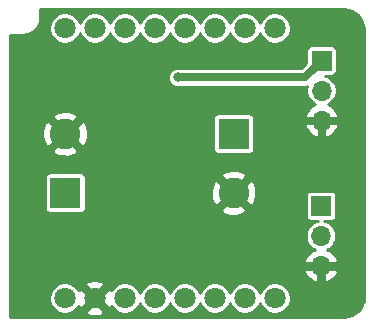
<source format=gbr>
G04 #@! TF.GenerationSoftware,KiCad,Pcbnew,(5.1.5)-3*
G04 #@! TF.CreationDate,2020-06-15T13:00:21-04:00*
G04 #@! TF.ProjectId,Wemo_Shield,57656d6f-5f53-4686-9965-6c642e6b6963,v1*
G04 #@! TF.SameCoordinates,Original*
G04 #@! TF.FileFunction,Copper,L1,Top*
G04 #@! TF.FilePolarity,Positive*
%FSLAX46Y46*%
G04 Gerber Fmt 4.6, Leading zero omitted, Abs format (unit mm)*
G04 Created by KiCad (PCBNEW (5.1.5)-3) date 2020-06-15 13:00:21*
%MOMM*%
%LPD*%
G04 APERTURE LIST*
%ADD10C,2.600000*%
%ADD11R,2.600000X2.600000*%
%ADD12O,1.700000X1.700000*%
%ADD13R,1.700000X1.700000*%
%ADD14C,1.800000*%
%ADD15C,0.800000*%
%ADD16C,0.700000*%
%ADD17C,0.500000*%
%ADD18C,0.254000*%
G04 APERTURE END LIST*
D10*
X147300000Y-102291012D03*
D11*
X147300000Y-97291012D03*
D12*
X154750000Y-96180000D03*
X154750000Y-93640000D03*
D13*
X154750000Y-91100000D03*
D14*
X150800000Y-111222024D03*
X150800000Y-88362024D03*
X148260000Y-111222024D03*
X148260000Y-88362024D03*
X145720000Y-111222024D03*
X145720000Y-88362024D03*
X143180000Y-111222024D03*
X143180000Y-88362024D03*
X140640000Y-111222024D03*
X140640000Y-88362024D03*
X138100000Y-111222024D03*
X138100000Y-88362024D03*
X135560000Y-111222024D03*
X135560000Y-88362024D03*
X133020000Y-111222024D03*
X133020000Y-88362024D03*
D12*
X154700000Y-108480000D03*
X154700000Y-105940000D03*
D13*
X154700000Y-103400000D03*
D10*
X133050000Y-97291012D03*
D11*
X133050000Y-102291012D03*
D15*
X142575000Y-92525000D03*
D16*
X154700000Y-105960000D02*
X154690000Y-105950000D01*
X145800000Y-111142024D02*
X145720000Y-111222024D01*
D17*
X148260000Y-88362024D02*
X148260000Y-88540000D01*
D16*
X143140685Y-92525000D02*
X142575000Y-92525000D01*
X154750000Y-91100000D02*
X153325000Y-92525000D01*
X153325000Y-92525000D02*
X143140685Y-92525000D01*
D18*
G36*
X156977828Y-86794350D02*
G01*
X157293170Y-86889557D01*
X157584010Y-87044199D01*
X157839278Y-87252391D01*
X158049246Y-87506198D01*
X158205915Y-87795951D01*
X158303322Y-88110621D01*
X158340000Y-88459593D01*
X158340001Y-111077488D01*
X158305650Y-111427829D01*
X158210443Y-111743168D01*
X158055801Y-112034010D01*
X157847609Y-112289278D01*
X157593802Y-112499246D01*
X157304049Y-112655915D01*
X156989378Y-112753322D01*
X156640408Y-112790000D01*
X128410000Y-112790000D01*
X128410000Y-111090538D01*
X131685000Y-111090538D01*
X131685000Y-111353510D01*
X131736304Y-111611429D01*
X131836939Y-111854383D01*
X131983038Y-112073037D01*
X132168987Y-112258986D01*
X132387641Y-112405085D01*
X132630595Y-112505720D01*
X132888514Y-112557024D01*
X133151486Y-112557024D01*
X133409405Y-112505720D01*
X133652359Y-112405085D01*
X133738260Y-112347688D01*
X134755362Y-112347688D01*
X134846903Y-112589713D01*
X135127428Y-112702552D01*
X135424576Y-112758495D01*
X135726930Y-112755392D01*
X136022867Y-112693363D01*
X136273097Y-112589713D01*
X136364638Y-112347688D01*
X135560000Y-111543050D01*
X134755362Y-112347688D01*
X133738260Y-112347688D01*
X133871013Y-112258986D01*
X134056962Y-112073037D01*
X134175780Y-111895212D01*
X134192311Y-111935121D01*
X134434336Y-112026662D01*
X135238974Y-111222024D01*
X135881026Y-111222024D01*
X136685664Y-112026662D01*
X136927689Y-111935121D01*
X136943922Y-111894766D01*
X137063038Y-112073037D01*
X137248987Y-112258986D01*
X137467641Y-112405085D01*
X137710595Y-112505720D01*
X137968514Y-112557024D01*
X138231486Y-112557024D01*
X138489405Y-112505720D01*
X138732359Y-112405085D01*
X138951013Y-112258986D01*
X139136962Y-112073037D01*
X139283061Y-111854383D01*
X139370000Y-111644494D01*
X139456939Y-111854383D01*
X139603038Y-112073037D01*
X139788987Y-112258986D01*
X140007641Y-112405085D01*
X140250595Y-112505720D01*
X140508514Y-112557024D01*
X140771486Y-112557024D01*
X141029405Y-112505720D01*
X141272359Y-112405085D01*
X141491013Y-112258986D01*
X141676962Y-112073037D01*
X141823061Y-111854383D01*
X141910000Y-111644494D01*
X141996939Y-111854383D01*
X142143038Y-112073037D01*
X142328987Y-112258986D01*
X142547641Y-112405085D01*
X142790595Y-112505720D01*
X143048514Y-112557024D01*
X143311486Y-112557024D01*
X143569405Y-112505720D01*
X143812359Y-112405085D01*
X144031013Y-112258986D01*
X144216962Y-112073037D01*
X144363061Y-111854383D01*
X144450000Y-111644494D01*
X144536939Y-111854383D01*
X144683038Y-112073037D01*
X144868987Y-112258986D01*
X145087641Y-112405085D01*
X145330595Y-112505720D01*
X145588514Y-112557024D01*
X145851486Y-112557024D01*
X146109405Y-112505720D01*
X146352359Y-112405085D01*
X146571013Y-112258986D01*
X146756962Y-112073037D01*
X146903061Y-111854383D01*
X146990000Y-111644494D01*
X147076939Y-111854383D01*
X147223038Y-112073037D01*
X147408987Y-112258986D01*
X147627641Y-112405085D01*
X147870595Y-112505720D01*
X148128514Y-112557024D01*
X148391486Y-112557024D01*
X148649405Y-112505720D01*
X148892359Y-112405085D01*
X149111013Y-112258986D01*
X149296962Y-112073037D01*
X149443061Y-111854383D01*
X149530000Y-111644494D01*
X149616939Y-111854383D01*
X149763038Y-112073037D01*
X149948987Y-112258986D01*
X150167641Y-112405085D01*
X150410595Y-112505720D01*
X150668514Y-112557024D01*
X150931486Y-112557024D01*
X151189405Y-112505720D01*
X151432359Y-112405085D01*
X151651013Y-112258986D01*
X151836962Y-112073037D01*
X151983061Y-111854383D01*
X152083696Y-111611429D01*
X152135000Y-111353510D01*
X152135000Y-111090538D01*
X152083696Y-110832619D01*
X151983061Y-110589665D01*
X151836962Y-110371011D01*
X151651013Y-110185062D01*
X151432359Y-110038963D01*
X151189405Y-109938328D01*
X150931486Y-109887024D01*
X150668514Y-109887024D01*
X150410595Y-109938328D01*
X150167641Y-110038963D01*
X149948987Y-110185062D01*
X149763038Y-110371011D01*
X149616939Y-110589665D01*
X149530000Y-110799554D01*
X149443061Y-110589665D01*
X149296962Y-110371011D01*
X149111013Y-110185062D01*
X148892359Y-110038963D01*
X148649405Y-109938328D01*
X148391486Y-109887024D01*
X148128514Y-109887024D01*
X147870595Y-109938328D01*
X147627641Y-110038963D01*
X147408987Y-110185062D01*
X147223038Y-110371011D01*
X147076939Y-110589665D01*
X146990000Y-110799554D01*
X146903061Y-110589665D01*
X146756962Y-110371011D01*
X146571013Y-110185062D01*
X146352359Y-110038963D01*
X146109405Y-109938328D01*
X145851486Y-109887024D01*
X145588514Y-109887024D01*
X145330595Y-109938328D01*
X145087641Y-110038963D01*
X144868987Y-110185062D01*
X144683038Y-110371011D01*
X144536939Y-110589665D01*
X144450000Y-110799554D01*
X144363061Y-110589665D01*
X144216962Y-110371011D01*
X144031013Y-110185062D01*
X143812359Y-110038963D01*
X143569405Y-109938328D01*
X143311486Y-109887024D01*
X143048514Y-109887024D01*
X142790595Y-109938328D01*
X142547641Y-110038963D01*
X142328987Y-110185062D01*
X142143038Y-110371011D01*
X141996939Y-110589665D01*
X141910000Y-110799554D01*
X141823061Y-110589665D01*
X141676962Y-110371011D01*
X141491013Y-110185062D01*
X141272359Y-110038963D01*
X141029405Y-109938328D01*
X140771486Y-109887024D01*
X140508514Y-109887024D01*
X140250595Y-109938328D01*
X140007641Y-110038963D01*
X139788987Y-110185062D01*
X139603038Y-110371011D01*
X139456939Y-110589665D01*
X139370000Y-110799554D01*
X139283061Y-110589665D01*
X139136962Y-110371011D01*
X138951013Y-110185062D01*
X138732359Y-110038963D01*
X138489405Y-109938328D01*
X138231486Y-109887024D01*
X137968514Y-109887024D01*
X137710595Y-109938328D01*
X137467641Y-110038963D01*
X137248987Y-110185062D01*
X137063038Y-110371011D01*
X136944220Y-110548836D01*
X136927689Y-110508927D01*
X136685664Y-110417386D01*
X135881026Y-111222024D01*
X135238974Y-111222024D01*
X134434336Y-110417386D01*
X134192311Y-110508927D01*
X134176078Y-110549282D01*
X134056962Y-110371011D01*
X133871013Y-110185062D01*
X133738261Y-110096360D01*
X134755362Y-110096360D01*
X135560000Y-110900998D01*
X136364638Y-110096360D01*
X136273097Y-109854335D01*
X135992572Y-109741496D01*
X135695424Y-109685553D01*
X135393070Y-109688656D01*
X135097133Y-109750685D01*
X134846903Y-109854335D01*
X134755362Y-110096360D01*
X133738261Y-110096360D01*
X133652359Y-110038963D01*
X133409405Y-109938328D01*
X133151486Y-109887024D01*
X132888514Y-109887024D01*
X132630595Y-109938328D01*
X132387641Y-110038963D01*
X132168987Y-110185062D01*
X131983038Y-110371011D01*
X131836939Y-110589665D01*
X131736304Y-110832619D01*
X131685000Y-111090538D01*
X128410000Y-111090538D01*
X128410000Y-108933780D01*
X153286031Y-108933780D01*
X153379295Y-109158960D01*
X153537131Y-109403571D01*
X153739655Y-109612689D01*
X153979084Y-109778279D01*
X154246218Y-109893977D01*
X154473000Y-109788806D01*
X154473000Y-108707000D01*
X154927000Y-108707000D01*
X154927000Y-109788806D01*
X155153782Y-109893977D01*
X155420916Y-109778279D01*
X155660345Y-109612689D01*
X155862869Y-109403571D01*
X156020705Y-109158960D01*
X156113969Y-108933780D01*
X156006679Y-108707000D01*
X154927000Y-108707000D01*
X154473000Y-108707000D01*
X153393321Y-108707000D01*
X153286031Y-108933780D01*
X128410000Y-108933780D01*
X128410000Y-108026220D01*
X153286031Y-108026220D01*
X153393321Y-108253000D01*
X154473000Y-108253000D01*
X154473000Y-108233000D01*
X154927000Y-108233000D01*
X154927000Y-108253000D01*
X156006679Y-108253000D01*
X156113969Y-108026220D01*
X156020705Y-107801040D01*
X155862869Y-107556429D01*
X155660345Y-107347311D01*
X155420916Y-107181721D01*
X155244526Y-107105325D01*
X155308676Y-107078753D01*
X155519140Y-106938125D01*
X155698125Y-106759140D01*
X155838753Y-106548676D01*
X155935619Y-106314821D01*
X155985000Y-106066561D01*
X155985000Y-105813439D01*
X155935619Y-105565179D01*
X155838753Y-105331324D01*
X155698125Y-105120860D01*
X155519140Y-104941875D01*
X155308676Y-104801247D01*
X155074821Y-104704381D01*
X154987962Y-104687104D01*
X155550000Y-104687104D01*
X155635275Y-104678705D01*
X155717272Y-104653831D01*
X155792842Y-104613439D01*
X155859079Y-104559079D01*
X155913439Y-104492842D01*
X155953831Y-104417272D01*
X155978705Y-104335275D01*
X155987104Y-104250000D01*
X155987104Y-102550000D01*
X155978705Y-102464725D01*
X155953831Y-102382728D01*
X155913439Y-102307158D01*
X155859079Y-102240921D01*
X155792842Y-102186561D01*
X155717272Y-102146169D01*
X155635275Y-102121295D01*
X155550000Y-102112896D01*
X153850000Y-102112896D01*
X153764725Y-102121295D01*
X153682728Y-102146169D01*
X153607158Y-102186561D01*
X153540921Y-102240921D01*
X153486561Y-102307158D01*
X153446169Y-102382728D01*
X153421295Y-102464725D01*
X153412896Y-102550000D01*
X153412896Y-104250000D01*
X153421295Y-104335275D01*
X153446169Y-104417272D01*
X153486561Y-104492842D01*
X153540921Y-104559079D01*
X153607158Y-104613439D01*
X153682728Y-104653831D01*
X153764725Y-104678705D01*
X153850000Y-104687104D01*
X154412038Y-104687104D01*
X154325179Y-104704381D01*
X154091324Y-104801247D01*
X153880860Y-104941875D01*
X153701875Y-105120860D01*
X153561247Y-105331324D01*
X153464381Y-105565179D01*
X153415000Y-105813439D01*
X153415000Y-106066561D01*
X153464381Y-106314821D01*
X153561247Y-106548676D01*
X153701875Y-106759140D01*
X153880860Y-106938125D01*
X154091324Y-107078753D01*
X154155474Y-107105325D01*
X153979084Y-107181721D01*
X153739655Y-107347311D01*
X153537131Y-107556429D01*
X153379295Y-107801040D01*
X153286031Y-108026220D01*
X128410000Y-108026220D01*
X128410000Y-100991012D01*
X131312896Y-100991012D01*
X131312896Y-103591012D01*
X131321295Y-103676287D01*
X131346169Y-103758284D01*
X131386561Y-103833854D01*
X131440921Y-103900091D01*
X131507158Y-103954451D01*
X131582728Y-103994843D01*
X131664725Y-104019717D01*
X131750000Y-104028116D01*
X134350000Y-104028116D01*
X134435275Y-104019717D01*
X134517272Y-103994843D01*
X134592842Y-103954451D01*
X134659079Y-103900091D01*
X134713439Y-103833854D01*
X134753831Y-103758284D01*
X134770328Y-103703900D01*
X146208139Y-103703900D01*
X146348594Y-103986706D01*
X146697689Y-104139733D01*
X147069929Y-104221715D01*
X147451012Y-104229502D01*
X147826290Y-104162794D01*
X148181344Y-104024154D01*
X148251406Y-103986706D01*
X148391861Y-103703900D01*
X147300000Y-102612038D01*
X146208139Y-103703900D01*
X134770328Y-103703900D01*
X134778705Y-103676287D01*
X134787104Y-103591012D01*
X134787104Y-102442024D01*
X145361510Y-102442024D01*
X145428218Y-102817302D01*
X145566858Y-103172356D01*
X145604306Y-103242418D01*
X145887112Y-103382873D01*
X146978974Y-102291012D01*
X147621026Y-102291012D01*
X148712888Y-103382873D01*
X148995694Y-103242418D01*
X149148721Y-102893323D01*
X149230703Y-102521083D01*
X149238490Y-102140000D01*
X149171782Y-101764722D01*
X149033142Y-101409668D01*
X148995694Y-101339606D01*
X148712888Y-101199151D01*
X147621026Y-102291012D01*
X146978974Y-102291012D01*
X145887112Y-101199151D01*
X145604306Y-101339606D01*
X145451279Y-101688701D01*
X145369297Y-102060941D01*
X145361510Y-102442024D01*
X134787104Y-102442024D01*
X134787104Y-100991012D01*
X134778705Y-100905737D01*
X134770329Y-100878124D01*
X146208139Y-100878124D01*
X147300000Y-101969986D01*
X148391861Y-100878124D01*
X148251406Y-100595318D01*
X147902311Y-100442291D01*
X147530071Y-100360309D01*
X147148988Y-100352522D01*
X146773710Y-100419230D01*
X146418656Y-100557870D01*
X146348594Y-100595318D01*
X146208139Y-100878124D01*
X134770329Y-100878124D01*
X134753831Y-100823740D01*
X134713439Y-100748170D01*
X134659079Y-100681933D01*
X134592842Y-100627573D01*
X134517272Y-100587181D01*
X134435275Y-100562307D01*
X134350000Y-100553908D01*
X131750000Y-100553908D01*
X131664725Y-100562307D01*
X131582728Y-100587181D01*
X131507158Y-100627573D01*
X131440921Y-100681933D01*
X131386561Y-100748170D01*
X131346169Y-100823740D01*
X131321295Y-100905737D01*
X131312896Y-100991012D01*
X128410000Y-100991012D01*
X128410000Y-98703900D01*
X131958139Y-98703900D01*
X132098594Y-98986706D01*
X132447689Y-99139733D01*
X132819929Y-99221715D01*
X133201012Y-99229502D01*
X133576290Y-99162794D01*
X133931344Y-99024154D01*
X134001406Y-98986706D01*
X134141861Y-98703900D01*
X133050000Y-97612038D01*
X131958139Y-98703900D01*
X128410000Y-98703900D01*
X128410000Y-97442024D01*
X131111510Y-97442024D01*
X131178218Y-97817302D01*
X131316858Y-98172356D01*
X131354306Y-98242418D01*
X131637112Y-98382873D01*
X132728974Y-97291012D01*
X133371026Y-97291012D01*
X134462888Y-98382873D01*
X134745694Y-98242418D01*
X134898721Y-97893323D01*
X134980703Y-97521083D01*
X134988490Y-97140000D01*
X134921782Y-96764722D01*
X134783142Y-96409668D01*
X134745694Y-96339606D01*
X134462888Y-96199151D01*
X133371026Y-97291012D01*
X132728974Y-97291012D01*
X131637112Y-96199151D01*
X131354306Y-96339606D01*
X131201279Y-96688701D01*
X131119297Y-97060941D01*
X131111510Y-97442024D01*
X128410000Y-97442024D01*
X128410000Y-95878124D01*
X131958139Y-95878124D01*
X133050000Y-96969986D01*
X134028973Y-95991012D01*
X145562896Y-95991012D01*
X145562896Y-98591012D01*
X145571295Y-98676287D01*
X145596169Y-98758284D01*
X145636561Y-98833854D01*
X145690921Y-98900091D01*
X145757158Y-98954451D01*
X145832728Y-98994843D01*
X145914725Y-99019717D01*
X146000000Y-99028116D01*
X148600000Y-99028116D01*
X148685275Y-99019717D01*
X148767272Y-98994843D01*
X148842842Y-98954451D01*
X148909079Y-98900091D01*
X148963439Y-98833854D01*
X149003831Y-98758284D01*
X149028705Y-98676287D01*
X149037104Y-98591012D01*
X149037104Y-96633780D01*
X153336031Y-96633780D01*
X153429295Y-96858960D01*
X153587131Y-97103571D01*
X153789655Y-97312689D01*
X154029084Y-97478279D01*
X154296218Y-97593977D01*
X154523000Y-97488806D01*
X154523000Y-96407000D01*
X154977000Y-96407000D01*
X154977000Y-97488806D01*
X155203782Y-97593977D01*
X155470916Y-97478279D01*
X155710345Y-97312689D01*
X155912869Y-97103571D01*
X156070705Y-96858960D01*
X156163969Y-96633780D01*
X156056679Y-96407000D01*
X154977000Y-96407000D01*
X154523000Y-96407000D01*
X153443321Y-96407000D01*
X153336031Y-96633780D01*
X149037104Y-96633780D01*
X149037104Y-95991012D01*
X149028705Y-95905737D01*
X149003831Y-95823740D01*
X148963439Y-95748170D01*
X148909079Y-95681933D01*
X148842842Y-95627573D01*
X148767272Y-95587181D01*
X148685275Y-95562307D01*
X148600000Y-95553908D01*
X146000000Y-95553908D01*
X145914725Y-95562307D01*
X145832728Y-95587181D01*
X145757158Y-95627573D01*
X145690921Y-95681933D01*
X145636561Y-95748170D01*
X145596169Y-95823740D01*
X145571295Y-95905737D01*
X145562896Y-95991012D01*
X134028973Y-95991012D01*
X134141861Y-95878124D01*
X134001406Y-95595318D01*
X133652311Y-95442291D01*
X133280071Y-95360309D01*
X132898988Y-95352522D01*
X132523710Y-95419230D01*
X132168656Y-95557870D01*
X132098594Y-95595318D01*
X131958139Y-95878124D01*
X128410000Y-95878124D01*
X128410000Y-92442760D01*
X141740000Y-92442760D01*
X141740000Y-92607240D01*
X141772089Y-92768560D01*
X141835033Y-92920521D01*
X141926413Y-93057281D01*
X142042719Y-93173587D01*
X142179479Y-93264967D01*
X142331440Y-93327911D01*
X142492760Y-93360000D01*
X142657240Y-93360000D01*
X142818560Y-93327911D01*
X142861801Y-93310000D01*
X153286447Y-93310000D01*
X153325000Y-93313797D01*
X153363553Y-93310000D01*
X153363561Y-93310000D01*
X153478887Y-93298641D01*
X153509577Y-93289331D01*
X153465000Y-93513439D01*
X153465000Y-93766561D01*
X153514381Y-94014821D01*
X153611247Y-94248676D01*
X153751875Y-94459140D01*
X153930860Y-94638125D01*
X154141324Y-94778753D01*
X154205474Y-94805325D01*
X154029084Y-94881721D01*
X153789655Y-95047311D01*
X153587131Y-95256429D01*
X153429295Y-95501040D01*
X153336031Y-95726220D01*
X153443321Y-95953000D01*
X154523000Y-95953000D01*
X154523000Y-95933000D01*
X154977000Y-95933000D01*
X154977000Y-95953000D01*
X156056679Y-95953000D01*
X156163969Y-95726220D01*
X156070705Y-95501040D01*
X155912869Y-95256429D01*
X155710345Y-95047311D01*
X155470916Y-94881721D01*
X155294526Y-94805325D01*
X155358676Y-94778753D01*
X155569140Y-94638125D01*
X155748125Y-94459140D01*
X155888753Y-94248676D01*
X155985619Y-94014821D01*
X156035000Y-93766561D01*
X156035000Y-93513439D01*
X155985619Y-93265179D01*
X155888753Y-93031324D01*
X155748125Y-92820860D01*
X155569140Y-92641875D01*
X155358676Y-92501247D01*
X155124821Y-92404381D01*
X155037962Y-92387104D01*
X155600000Y-92387104D01*
X155685275Y-92378705D01*
X155767272Y-92353831D01*
X155842842Y-92313439D01*
X155909079Y-92259079D01*
X155963439Y-92192842D01*
X156003831Y-92117272D01*
X156028705Y-92035275D01*
X156037104Y-91950000D01*
X156037104Y-90250000D01*
X156028705Y-90164725D01*
X156003831Y-90082728D01*
X155963439Y-90007158D01*
X155909079Y-89940921D01*
X155842842Y-89886561D01*
X155767272Y-89846169D01*
X155685275Y-89821295D01*
X155600000Y-89812896D01*
X153900000Y-89812896D01*
X153814725Y-89821295D01*
X153732728Y-89846169D01*
X153657158Y-89886561D01*
X153590921Y-89940921D01*
X153536561Y-90007158D01*
X153496169Y-90082728D01*
X153471295Y-90164725D01*
X153462896Y-90250000D01*
X153462896Y-91276947D01*
X152999843Y-91740000D01*
X142861801Y-91740000D01*
X142818560Y-91722089D01*
X142657240Y-91690000D01*
X142492760Y-91690000D01*
X142331440Y-91722089D01*
X142179479Y-91785033D01*
X142042719Y-91876413D01*
X141926413Y-91992719D01*
X141835033Y-92129479D01*
X141772089Y-92281440D01*
X141740000Y-92442760D01*
X128410000Y-92442760D01*
X128410000Y-88910000D01*
X129522590Y-88910000D01*
X129542458Y-88908043D01*
X129548324Y-88908084D01*
X129554717Y-88907457D01*
X129739109Y-88888076D01*
X129779935Y-88879695D01*
X129820899Y-88871881D01*
X129827048Y-88870024D01*
X129827050Y-88870023D01*
X129827052Y-88870023D01*
X129827054Y-88870022D01*
X130004165Y-88815198D01*
X130042569Y-88799054D01*
X130081256Y-88783424D01*
X130086927Y-88780408D01*
X130250020Y-88692224D01*
X130284566Y-88668923D01*
X130319471Y-88646081D01*
X130324449Y-88642021D01*
X130467308Y-88523837D01*
X130496665Y-88494274D01*
X130526472Y-88465085D01*
X130530566Y-88460136D01*
X130647749Y-88316456D01*
X130670809Y-88281748D01*
X130694375Y-88247330D01*
X130697430Y-88241680D01*
X130703354Y-88230538D01*
X131685000Y-88230538D01*
X131685000Y-88493510D01*
X131736304Y-88751429D01*
X131836939Y-88994383D01*
X131983038Y-89213037D01*
X132168987Y-89398986D01*
X132387641Y-89545085D01*
X132630595Y-89645720D01*
X132888514Y-89697024D01*
X133151486Y-89697024D01*
X133409405Y-89645720D01*
X133652359Y-89545085D01*
X133871013Y-89398986D01*
X134056962Y-89213037D01*
X134203061Y-88994383D01*
X134290000Y-88784494D01*
X134376939Y-88994383D01*
X134523038Y-89213037D01*
X134708987Y-89398986D01*
X134927641Y-89545085D01*
X135170595Y-89645720D01*
X135428514Y-89697024D01*
X135691486Y-89697024D01*
X135949405Y-89645720D01*
X136192359Y-89545085D01*
X136411013Y-89398986D01*
X136596962Y-89213037D01*
X136743061Y-88994383D01*
X136830000Y-88784494D01*
X136916939Y-88994383D01*
X137063038Y-89213037D01*
X137248987Y-89398986D01*
X137467641Y-89545085D01*
X137710595Y-89645720D01*
X137968514Y-89697024D01*
X138231486Y-89697024D01*
X138489405Y-89645720D01*
X138732359Y-89545085D01*
X138951013Y-89398986D01*
X139136962Y-89213037D01*
X139283061Y-88994383D01*
X139370000Y-88784494D01*
X139456939Y-88994383D01*
X139603038Y-89213037D01*
X139788987Y-89398986D01*
X140007641Y-89545085D01*
X140250595Y-89645720D01*
X140508514Y-89697024D01*
X140771486Y-89697024D01*
X141029405Y-89645720D01*
X141272359Y-89545085D01*
X141491013Y-89398986D01*
X141676962Y-89213037D01*
X141823061Y-88994383D01*
X141910000Y-88784494D01*
X141996939Y-88994383D01*
X142143038Y-89213037D01*
X142328987Y-89398986D01*
X142547641Y-89545085D01*
X142790595Y-89645720D01*
X143048514Y-89697024D01*
X143311486Y-89697024D01*
X143569405Y-89645720D01*
X143812359Y-89545085D01*
X144031013Y-89398986D01*
X144216962Y-89213037D01*
X144363061Y-88994383D01*
X144450000Y-88784494D01*
X144536939Y-88994383D01*
X144683038Y-89213037D01*
X144868987Y-89398986D01*
X145087641Y-89545085D01*
X145330595Y-89645720D01*
X145588514Y-89697024D01*
X145851486Y-89697024D01*
X146109405Y-89645720D01*
X146352359Y-89545085D01*
X146571013Y-89398986D01*
X146756962Y-89213037D01*
X146903061Y-88994383D01*
X146990000Y-88784494D01*
X147076939Y-88994383D01*
X147223038Y-89213037D01*
X147408987Y-89398986D01*
X147627641Y-89545085D01*
X147870595Y-89645720D01*
X148128514Y-89697024D01*
X148391486Y-89697024D01*
X148649405Y-89645720D01*
X148892359Y-89545085D01*
X149111013Y-89398986D01*
X149296962Y-89213037D01*
X149443061Y-88994383D01*
X149530000Y-88784494D01*
X149616939Y-88994383D01*
X149763038Y-89213037D01*
X149948987Y-89398986D01*
X150167641Y-89545085D01*
X150410595Y-89645720D01*
X150668514Y-89697024D01*
X150931486Y-89697024D01*
X151189405Y-89645720D01*
X151432359Y-89545085D01*
X151651013Y-89398986D01*
X151836962Y-89213037D01*
X151983061Y-88994383D01*
X152083696Y-88751429D01*
X152135000Y-88493510D01*
X152135000Y-88230538D01*
X152083696Y-87972619D01*
X151983061Y-87729665D01*
X151836962Y-87511011D01*
X151651013Y-87325062D01*
X151432359Y-87178963D01*
X151189405Y-87078328D01*
X150931486Y-87027024D01*
X150668514Y-87027024D01*
X150410595Y-87078328D01*
X150167641Y-87178963D01*
X149948987Y-87325062D01*
X149763038Y-87511011D01*
X149616939Y-87729665D01*
X149530000Y-87939554D01*
X149443061Y-87729665D01*
X149296962Y-87511011D01*
X149111013Y-87325062D01*
X148892359Y-87178963D01*
X148649405Y-87078328D01*
X148391486Y-87027024D01*
X148128514Y-87027024D01*
X147870595Y-87078328D01*
X147627641Y-87178963D01*
X147408987Y-87325062D01*
X147223038Y-87511011D01*
X147076939Y-87729665D01*
X146990000Y-87939554D01*
X146903061Y-87729665D01*
X146756962Y-87511011D01*
X146571013Y-87325062D01*
X146352359Y-87178963D01*
X146109405Y-87078328D01*
X145851486Y-87027024D01*
X145588514Y-87027024D01*
X145330595Y-87078328D01*
X145087641Y-87178963D01*
X144868987Y-87325062D01*
X144683038Y-87511011D01*
X144536939Y-87729665D01*
X144450000Y-87939554D01*
X144363061Y-87729665D01*
X144216962Y-87511011D01*
X144031013Y-87325062D01*
X143812359Y-87178963D01*
X143569405Y-87078328D01*
X143311486Y-87027024D01*
X143048514Y-87027024D01*
X142790595Y-87078328D01*
X142547641Y-87178963D01*
X142328987Y-87325062D01*
X142143038Y-87511011D01*
X141996939Y-87729665D01*
X141910000Y-87939554D01*
X141823061Y-87729665D01*
X141676962Y-87511011D01*
X141491013Y-87325062D01*
X141272359Y-87178963D01*
X141029405Y-87078328D01*
X140771486Y-87027024D01*
X140508514Y-87027024D01*
X140250595Y-87078328D01*
X140007641Y-87178963D01*
X139788987Y-87325062D01*
X139603038Y-87511011D01*
X139456939Y-87729665D01*
X139370000Y-87939554D01*
X139283061Y-87729665D01*
X139136962Y-87511011D01*
X138951013Y-87325062D01*
X138732359Y-87178963D01*
X138489405Y-87078328D01*
X138231486Y-87027024D01*
X137968514Y-87027024D01*
X137710595Y-87078328D01*
X137467641Y-87178963D01*
X137248987Y-87325062D01*
X137063038Y-87511011D01*
X136916939Y-87729665D01*
X136830000Y-87939554D01*
X136743061Y-87729665D01*
X136596962Y-87511011D01*
X136411013Y-87325062D01*
X136192359Y-87178963D01*
X135949405Y-87078328D01*
X135691486Y-87027024D01*
X135428514Y-87027024D01*
X135170595Y-87078328D01*
X134927641Y-87178963D01*
X134708987Y-87325062D01*
X134523038Y-87511011D01*
X134376939Y-87729665D01*
X134290000Y-87939554D01*
X134203061Y-87729665D01*
X134056962Y-87511011D01*
X133871013Y-87325062D01*
X133652359Y-87178963D01*
X133409405Y-87078328D01*
X133151486Y-87027024D01*
X132888514Y-87027024D01*
X132630595Y-87078328D01*
X132387641Y-87178963D01*
X132168987Y-87325062D01*
X131983038Y-87511011D01*
X131836939Y-87729665D01*
X131736304Y-87972619D01*
X131685000Y-88230538D01*
X130703354Y-88230538D01*
X130784475Y-88077975D01*
X130800373Y-88039404D01*
X130816787Y-88001106D01*
X130818684Y-87994978D01*
X130818686Y-87994972D01*
X130818687Y-87994966D01*
X130872274Y-87817476D01*
X130880361Y-87776633D01*
X130889040Y-87735800D01*
X130889712Y-87729412D01*
X130907805Y-87544889D01*
X130907805Y-87544875D01*
X130910000Y-87522590D01*
X130910000Y-86760000D01*
X156627499Y-86760000D01*
X156977828Y-86794350D01*
G37*
X156977828Y-86794350D02*
X157293170Y-86889557D01*
X157584010Y-87044199D01*
X157839278Y-87252391D01*
X158049246Y-87506198D01*
X158205915Y-87795951D01*
X158303322Y-88110621D01*
X158340000Y-88459593D01*
X158340001Y-111077488D01*
X158305650Y-111427829D01*
X158210443Y-111743168D01*
X158055801Y-112034010D01*
X157847609Y-112289278D01*
X157593802Y-112499246D01*
X157304049Y-112655915D01*
X156989378Y-112753322D01*
X156640408Y-112790000D01*
X128410000Y-112790000D01*
X128410000Y-111090538D01*
X131685000Y-111090538D01*
X131685000Y-111353510D01*
X131736304Y-111611429D01*
X131836939Y-111854383D01*
X131983038Y-112073037D01*
X132168987Y-112258986D01*
X132387641Y-112405085D01*
X132630595Y-112505720D01*
X132888514Y-112557024D01*
X133151486Y-112557024D01*
X133409405Y-112505720D01*
X133652359Y-112405085D01*
X133738260Y-112347688D01*
X134755362Y-112347688D01*
X134846903Y-112589713D01*
X135127428Y-112702552D01*
X135424576Y-112758495D01*
X135726930Y-112755392D01*
X136022867Y-112693363D01*
X136273097Y-112589713D01*
X136364638Y-112347688D01*
X135560000Y-111543050D01*
X134755362Y-112347688D01*
X133738260Y-112347688D01*
X133871013Y-112258986D01*
X134056962Y-112073037D01*
X134175780Y-111895212D01*
X134192311Y-111935121D01*
X134434336Y-112026662D01*
X135238974Y-111222024D01*
X135881026Y-111222024D01*
X136685664Y-112026662D01*
X136927689Y-111935121D01*
X136943922Y-111894766D01*
X137063038Y-112073037D01*
X137248987Y-112258986D01*
X137467641Y-112405085D01*
X137710595Y-112505720D01*
X137968514Y-112557024D01*
X138231486Y-112557024D01*
X138489405Y-112505720D01*
X138732359Y-112405085D01*
X138951013Y-112258986D01*
X139136962Y-112073037D01*
X139283061Y-111854383D01*
X139370000Y-111644494D01*
X139456939Y-111854383D01*
X139603038Y-112073037D01*
X139788987Y-112258986D01*
X140007641Y-112405085D01*
X140250595Y-112505720D01*
X140508514Y-112557024D01*
X140771486Y-112557024D01*
X141029405Y-112505720D01*
X141272359Y-112405085D01*
X141491013Y-112258986D01*
X141676962Y-112073037D01*
X141823061Y-111854383D01*
X141910000Y-111644494D01*
X141996939Y-111854383D01*
X142143038Y-112073037D01*
X142328987Y-112258986D01*
X142547641Y-112405085D01*
X142790595Y-112505720D01*
X143048514Y-112557024D01*
X143311486Y-112557024D01*
X143569405Y-112505720D01*
X143812359Y-112405085D01*
X144031013Y-112258986D01*
X144216962Y-112073037D01*
X144363061Y-111854383D01*
X144450000Y-111644494D01*
X144536939Y-111854383D01*
X144683038Y-112073037D01*
X144868987Y-112258986D01*
X145087641Y-112405085D01*
X145330595Y-112505720D01*
X145588514Y-112557024D01*
X145851486Y-112557024D01*
X146109405Y-112505720D01*
X146352359Y-112405085D01*
X146571013Y-112258986D01*
X146756962Y-112073037D01*
X146903061Y-111854383D01*
X146990000Y-111644494D01*
X147076939Y-111854383D01*
X147223038Y-112073037D01*
X147408987Y-112258986D01*
X147627641Y-112405085D01*
X147870595Y-112505720D01*
X148128514Y-112557024D01*
X148391486Y-112557024D01*
X148649405Y-112505720D01*
X148892359Y-112405085D01*
X149111013Y-112258986D01*
X149296962Y-112073037D01*
X149443061Y-111854383D01*
X149530000Y-111644494D01*
X149616939Y-111854383D01*
X149763038Y-112073037D01*
X149948987Y-112258986D01*
X150167641Y-112405085D01*
X150410595Y-112505720D01*
X150668514Y-112557024D01*
X150931486Y-112557024D01*
X151189405Y-112505720D01*
X151432359Y-112405085D01*
X151651013Y-112258986D01*
X151836962Y-112073037D01*
X151983061Y-111854383D01*
X152083696Y-111611429D01*
X152135000Y-111353510D01*
X152135000Y-111090538D01*
X152083696Y-110832619D01*
X151983061Y-110589665D01*
X151836962Y-110371011D01*
X151651013Y-110185062D01*
X151432359Y-110038963D01*
X151189405Y-109938328D01*
X150931486Y-109887024D01*
X150668514Y-109887024D01*
X150410595Y-109938328D01*
X150167641Y-110038963D01*
X149948987Y-110185062D01*
X149763038Y-110371011D01*
X149616939Y-110589665D01*
X149530000Y-110799554D01*
X149443061Y-110589665D01*
X149296962Y-110371011D01*
X149111013Y-110185062D01*
X148892359Y-110038963D01*
X148649405Y-109938328D01*
X148391486Y-109887024D01*
X148128514Y-109887024D01*
X147870595Y-109938328D01*
X147627641Y-110038963D01*
X147408987Y-110185062D01*
X147223038Y-110371011D01*
X147076939Y-110589665D01*
X146990000Y-110799554D01*
X146903061Y-110589665D01*
X146756962Y-110371011D01*
X146571013Y-110185062D01*
X146352359Y-110038963D01*
X146109405Y-109938328D01*
X145851486Y-109887024D01*
X145588514Y-109887024D01*
X145330595Y-109938328D01*
X145087641Y-110038963D01*
X144868987Y-110185062D01*
X144683038Y-110371011D01*
X144536939Y-110589665D01*
X144450000Y-110799554D01*
X144363061Y-110589665D01*
X144216962Y-110371011D01*
X144031013Y-110185062D01*
X143812359Y-110038963D01*
X143569405Y-109938328D01*
X143311486Y-109887024D01*
X143048514Y-109887024D01*
X142790595Y-109938328D01*
X142547641Y-110038963D01*
X142328987Y-110185062D01*
X142143038Y-110371011D01*
X141996939Y-110589665D01*
X141910000Y-110799554D01*
X141823061Y-110589665D01*
X141676962Y-110371011D01*
X141491013Y-110185062D01*
X141272359Y-110038963D01*
X141029405Y-109938328D01*
X140771486Y-109887024D01*
X140508514Y-109887024D01*
X140250595Y-109938328D01*
X140007641Y-110038963D01*
X139788987Y-110185062D01*
X139603038Y-110371011D01*
X139456939Y-110589665D01*
X139370000Y-110799554D01*
X139283061Y-110589665D01*
X139136962Y-110371011D01*
X138951013Y-110185062D01*
X138732359Y-110038963D01*
X138489405Y-109938328D01*
X138231486Y-109887024D01*
X137968514Y-109887024D01*
X137710595Y-109938328D01*
X137467641Y-110038963D01*
X137248987Y-110185062D01*
X137063038Y-110371011D01*
X136944220Y-110548836D01*
X136927689Y-110508927D01*
X136685664Y-110417386D01*
X135881026Y-111222024D01*
X135238974Y-111222024D01*
X134434336Y-110417386D01*
X134192311Y-110508927D01*
X134176078Y-110549282D01*
X134056962Y-110371011D01*
X133871013Y-110185062D01*
X133738261Y-110096360D01*
X134755362Y-110096360D01*
X135560000Y-110900998D01*
X136364638Y-110096360D01*
X136273097Y-109854335D01*
X135992572Y-109741496D01*
X135695424Y-109685553D01*
X135393070Y-109688656D01*
X135097133Y-109750685D01*
X134846903Y-109854335D01*
X134755362Y-110096360D01*
X133738261Y-110096360D01*
X133652359Y-110038963D01*
X133409405Y-109938328D01*
X133151486Y-109887024D01*
X132888514Y-109887024D01*
X132630595Y-109938328D01*
X132387641Y-110038963D01*
X132168987Y-110185062D01*
X131983038Y-110371011D01*
X131836939Y-110589665D01*
X131736304Y-110832619D01*
X131685000Y-111090538D01*
X128410000Y-111090538D01*
X128410000Y-108933780D01*
X153286031Y-108933780D01*
X153379295Y-109158960D01*
X153537131Y-109403571D01*
X153739655Y-109612689D01*
X153979084Y-109778279D01*
X154246218Y-109893977D01*
X154473000Y-109788806D01*
X154473000Y-108707000D01*
X154927000Y-108707000D01*
X154927000Y-109788806D01*
X155153782Y-109893977D01*
X155420916Y-109778279D01*
X155660345Y-109612689D01*
X155862869Y-109403571D01*
X156020705Y-109158960D01*
X156113969Y-108933780D01*
X156006679Y-108707000D01*
X154927000Y-108707000D01*
X154473000Y-108707000D01*
X153393321Y-108707000D01*
X153286031Y-108933780D01*
X128410000Y-108933780D01*
X128410000Y-108026220D01*
X153286031Y-108026220D01*
X153393321Y-108253000D01*
X154473000Y-108253000D01*
X154473000Y-108233000D01*
X154927000Y-108233000D01*
X154927000Y-108253000D01*
X156006679Y-108253000D01*
X156113969Y-108026220D01*
X156020705Y-107801040D01*
X155862869Y-107556429D01*
X155660345Y-107347311D01*
X155420916Y-107181721D01*
X155244526Y-107105325D01*
X155308676Y-107078753D01*
X155519140Y-106938125D01*
X155698125Y-106759140D01*
X155838753Y-106548676D01*
X155935619Y-106314821D01*
X155985000Y-106066561D01*
X155985000Y-105813439D01*
X155935619Y-105565179D01*
X155838753Y-105331324D01*
X155698125Y-105120860D01*
X155519140Y-104941875D01*
X155308676Y-104801247D01*
X155074821Y-104704381D01*
X154987962Y-104687104D01*
X155550000Y-104687104D01*
X155635275Y-104678705D01*
X155717272Y-104653831D01*
X155792842Y-104613439D01*
X155859079Y-104559079D01*
X155913439Y-104492842D01*
X155953831Y-104417272D01*
X155978705Y-104335275D01*
X155987104Y-104250000D01*
X155987104Y-102550000D01*
X155978705Y-102464725D01*
X155953831Y-102382728D01*
X155913439Y-102307158D01*
X155859079Y-102240921D01*
X155792842Y-102186561D01*
X155717272Y-102146169D01*
X155635275Y-102121295D01*
X155550000Y-102112896D01*
X153850000Y-102112896D01*
X153764725Y-102121295D01*
X153682728Y-102146169D01*
X153607158Y-102186561D01*
X153540921Y-102240921D01*
X153486561Y-102307158D01*
X153446169Y-102382728D01*
X153421295Y-102464725D01*
X153412896Y-102550000D01*
X153412896Y-104250000D01*
X153421295Y-104335275D01*
X153446169Y-104417272D01*
X153486561Y-104492842D01*
X153540921Y-104559079D01*
X153607158Y-104613439D01*
X153682728Y-104653831D01*
X153764725Y-104678705D01*
X153850000Y-104687104D01*
X154412038Y-104687104D01*
X154325179Y-104704381D01*
X154091324Y-104801247D01*
X153880860Y-104941875D01*
X153701875Y-105120860D01*
X153561247Y-105331324D01*
X153464381Y-105565179D01*
X153415000Y-105813439D01*
X153415000Y-106066561D01*
X153464381Y-106314821D01*
X153561247Y-106548676D01*
X153701875Y-106759140D01*
X153880860Y-106938125D01*
X154091324Y-107078753D01*
X154155474Y-107105325D01*
X153979084Y-107181721D01*
X153739655Y-107347311D01*
X153537131Y-107556429D01*
X153379295Y-107801040D01*
X153286031Y-108026220D01*
X128410000Y-108026220D01*
X128410000Y-100991012D01*
X131312896Y-100991012D01*
X131312896Y-103591012D01*
X131321295Y-103676287D01*
X131346169Y-103758284D01*
X131386561Y-103833854D01*
X131440921Y-103900091D01*
X131507158Y-103954451D01*
X131582728Y-103994843D01*
X131664725Y-104019717D01*
X131750000Y-104028116D01*
X134350000Y-104028116D01*
X134435275Y-104019717D01*
X134517272Y-103994843D01*
X134592842Y-103954451D01*
X134659079Y-103900091D01*
X134713439Y-103833854D01*
X134753831Y-103758284D01*
X134770328Y-103703900D01*
X146208139Y-103703900D01*
X146348594Y-103986706D01*
X146697689Y-104139733D01*
X147069929Y-104221715D01*
X147451012Y-104229502D01*
X147826290Y-104162794D01*
X148181344Y-104024154D01*
X148251406Y-103986706D01*
X148391861Y-103703900D01*
X147300000Y-102612038D01*
X146208139Y-103703900D01*
X134770328Y-103703900D01*
X134778705Y-103676287D01*
X134787104Y-103591012D01*
X134787104Y-102442024D01*
X145361510Y-102442024D01*
X145428218Y-102817302D01*
X145566858Y-103172356D01*
X145604306Y-103242418D01*
X145887112Y-103382873D01*
X146978974Y-102291012D01*
X147621026Y-102291012D01*
X148712888Y-103382873D01*
X148995694Y-103242418D01*
X149148721Y-102893323D01*
X149230703Y-102521083D01*
X149238490Y-102140000D01*
X149171782Y-101764722D01*
X149033142Y-101409668D01*
X148995694Y-101339606D01*
X148712888Y-101199151D01*
X147621026Y-102291012D01*
X146978974Y-102291012D01*
X145887112Y-101199151D01*
X145604306Y-101339606D01*
X145451279Y-101688701D01*
X145369297Y-102060941D01*
X145361510Y-102442024D01*
X134787104Y-102442024D01*
X134787104Y-100991012D01*
X134778705Y-100905737D01*
X134770329Y-100878124D01*
X146208139Y-100878124D01*
X147300000Y-101969986D01*
X148391861Y-100878124D01*
X148251406Y-100595318D01*
X147902311Y-100442291D01*
X147530071Y-100360309D01*
X147148988Y-100352522D01*
X146773710Y-100419230D01*
X146418656Y-100557870D01*
X146348594Y-100595318D01*
X146208139Y-100878124D01*
X134770329Y-100878124D01*
X134753831Y-100823740D01*
X134713439Y-100748170D01*
X134659079Y-100681933D01*
X134592842Y-100627573D01*
X134517272Y-100587181D01*
X134435275Y-100562307D01*
X134350000Y-100553908D01*
X131750000Y-100553908D01*
X131664725Y-100562307D01*
X131582728Y-100587181D01*
X131507158Y-100627573D01*
X131440921Y-100681933D01*
X131386561Y-100748170D01*
X131346169Y-100823740D01*
X131321295Y-100905737D01*
X131312896Y-100991012D01*
X128410000Y-100991012D01*
X128410000Y-98703900D01*
X131958139Y-98703900D01*
X132098594Y-98986706D01*
X132447689Y-99139733D01*
X132819929Y-99221715D01*
X133201012Y-99229502D01*
X133576290Y-99162794D01*
X133931344Y-99024154D01*
X134001406Y-98986706D01*
X134141861Y-98703900D01*
X133050000Y-97612038D01*
X131958139Y-98703900D01*
X128410000Y-98703900D01*
X128410000Y-97442024D01*
X131111510Y-97442024D01*
X131178218Y-97817302D01*
X131316858Y-98172356D01*
X131354306Y-98242418D01*
X131637112Y-98382873D01*
X132728974Y-97291012D01*
X133371026Y-97291012D01*
X134462888Y-98382873D01*
X134745694Y-98242418D01*
X134898721Y-97893323D01*
X134980703Y-97521083D01*
X134988490Y-97140000D01*
X134921782Y-96764722D01*
X134783142Y-96409668D01*
X134745694Y-96339606D01*
X134462888Y-96199151D01*
X133371026Y-97291012D01*
X132728974Y-97291012D01*
X131637112Y-96199151D01*
X131354306Y-96339606D01*
X131201279Y-96688701D01*
X131119297Y-97060941D01*
X131111510Y-97442024D01*
X128410000Y-97442024D01*
X128410000Y-95878124D01*
X131958139Y-95878124D01*
X133050000Y-96969986D01*
X134028973Y-95991012D01*
X145562896Y-95991012D01*
X145562896Y-98591012D01*
X145571295Y-98676287D01*
X145596169Y-98758284D01*
X145636561Y-98833854D01*
X145690921Y-98900091D01*
X145757158Y-98954451D01*
X145832728Y-98994843D01*
X145914725Y-99019717D01*
X146000000Y-99028116D01*
X148600000Y-99028116D01*
X148685275Y-99019717D01*
X148767272Y-98994843D01*
X148842842Y-98954451D01*
X148909079Y-98900091D01*
X148963439Y-98833854D01*
X149003831Y-98758284D01*
X149028705Y-98676287D01*
X149037104Y-98591012D01*
X149037104Y-96633780D01*
X153336031Y-96633780D01*
X153429295Y-96858960D01*
X153587131Y-97103571D01*
X153789655Y-97312689D01*
X154029084Y-97478279D01*
X154296218Y-97593977D01*
X154523000Y-97488806D01*
X154523000Y-96407000D01*
X154977000Y-96407000D01*
X154977000Y-97488806D01*
X155203782Y-97593977D01*
X155470916Y-97478279D01*
X155710345Y-97312689D01*
X155912869Y-97103571D01*
X156070705Y-96858960D01*
X156163969Y-96633780D01*
X156056679Y-96407000D01*
X154977000Y-96407000D01*
X154523000Y-96407000D01*
X153443321Y-96407000D01*
X153336031Y-96633780D01*
X149037104Y-96633780D01*
X149037104Y-95991012D01*
X149028705Y-95905737D01*
X149003831Y-95823740D01*
X148963439Y-95748170D01*
X148909079Y-95681933D01*
X148842842Y-95627573D01*
X148767272Y-95587181D01*
X148685275Y-95562307D01*
X148600000Y-95553908D01*
X146000000Y-95553908D01*
X145914725Y-95562307D01*
X145832728Y-95587181D01*
X145757158Y-95627573D01*
X145690921Y-95681933D01*
X145636561Y-95748170D01*
X145596169Y-95823740D01*
X145571295Y-95905737D01*
X145562896Y-95991012D01*
X134028973Y-95991012D01*
X134141861Y-95878124D01*
X134001406Y-95595318D01*
X133652311Y-95442291D01*
X133280071Y-95360309D01*
X132898988Y-95352522D01*
X132523710Y-95419230D01*
X132168656Y-95557870D01*
X132098594Y-95595318D01*
X131958139Y-95878124D01*
X128410000Y-95878124D01*
X128410000Y-92442760D01*
X141740000Y-92442760D01*
X141740000Y-92607240D01*
X141772089Y-92768560D01*
X141835033Y-92920521D01*
X141926413Y-93057281D01*
X142042719Y-93173587D01*
X142179479Y-93264967D01*
X142331440Y-93327911D01*
X142492760Y-93360000D01*
X142657240Y-93360000D01*
X142818560Y-93327911D01*
X142861801Y-93310000D01*
X153286447Y-93310000D01*
X153325000Y-93313797D01*
X153363553Y-93310000D01*
X153363561Y-93310000D01*
X153478887Y-93298641D01*
X153509577Y-93289331D01*
X153465000Y-93513439D01*
X153465000Y-93766561D01*
X153514381Y-94014821D01*
X153611247Y-94248676D01*
X153751875Y-94459140D01*
X153930860Y-94638125D01*
X154141324Y-94778753D01*
X154205474Y-94805325D01*
X154029084Y-94881721D01*
X153789655Y-95047311D01*
X153587131Y-95256429D01*
X153429295Y-95501040D01*
X153336031Y-95726220D01*
X153443321Y-95953000D01*
X154523000Y-95953000D01*
X154523000Y-95933000D01*
X154977000Y-95933000D01*
X154977000Y-95953000D01*
X156056679Y-95953000D01*
X156163969Y-95726220D01*
X156070705Y-95501040D01*
X155912869Y-95256429D01*
X155710345Y-95047311D01*
X155470916Y-94881721D01*
X155294526Y-94805325D01*
X155358676Y-94778753D01*
X155569140Y-94638125D01*
X155748125Y-94459140D01*
X155888753Y-94248676D01*
X155985619Y-94014821D01*
X156035000Y-93766561D01*
X156035000Y-93513439D01*
X155985619Y-93265179D01*
X155888753Y-93031324D01*
X155748125Y-92820860D01*
X155569140Y-92641875D01*
X155358676Y-92501247D01*
X155124821Y-92404381D01*
X155037962Y-92387104D01*
X155600000Y-92387104D01*
X155685275Y-92378705D01*
X155767272Y-92353831D01*
X155842842Y-92313439D01*
X155909079Y-92259079D01*
X155963439Y-92192842D01*
X156003831Y-92117272D01*
X156028705Y-92035275D01*
X156037104Y-91950000D01*
X156037104Y-90250000D01*
X156028705Y-90164725D01*
X156003831Y-90082728D01*
X155963439Y-90007158D01*
X155909079Y-89940921D01*
X155842842Y-89886561D01*
X155767272Y-89846169D01*
X155685275Y-89821295D01*
X155600000Y-89812896D01*
X153900000Y-89812896D01*
X153814725Y-89821295D01*
X153732728Y-89846169D01*
X153657158Y-89886561D01*
X153590921Y-89940921D01*
X153536561Y-90007158D01*
X153496169Y-90082728D01*
X153471295Y-90164725D01*
X153462896Y-90250000D01*
X153462896Y-91276947D01*
X152999843Y-91740000D01*
X142861801Y-91740000D01*
X142818560Y-91722089D01*
X142657240Y-91690000D01*
X142492760Y-91690000D01*
X142331440Y-91722089D01*
X142179479Y-91785033D01*
X142042719Y-91876413D01*
X141926413Y-91992719D01*
X141835033Y-92129479D01*
X141772089Y-92281440D01*
X141740000Y-92442760D01*
X128410000Y-92442760D01*
X128410000Y-88910000D01*
X129522590Y-88910000D01*
X129542458Y-88908043D01*
X129548324Y-88908084D01*
X129554717Y-88907457D01*
X129739109Y-88888076D01*
X129779935Y-88879695D01*
X129820899Y-88871881D01*
X129827048Y-88870024D01*
X129827050Y-88870023D01*
X129827052Y-88870023D01*
X129827054Y-88870022D01*
X130004165Y-88815198D01*
X130042569Y-88799054D01*
X130081256Y-88783424D01*
X130086927Y-88780408D01*
X130250020Y-88692224D01*
X130284566Y-88668923D01*
X130319471Y-88646081D01*
X130324449Y-88642021D01*
X130467308Y-88523837D01*
X130496665Y-88494274D01*
X130526472Y-88465085D01*
X130530566Y-88460136D01*
X130647749Y-88316456D01*
X130670809Y-88281748D01*
X130694375Y-88247330D01*
X130697430Y-88241680D01*
X130703354Y-88230538D01*
X131685000Y-88230538D01*
X131685000Y-88493510D01*
X131736304Y-88751429D01*
X131836939Y-88994383D01*
X131983038Y-89213037D01*
X132168987Y-89398986D01*
X132387641Y-89545085D01*
X132630595Y-89645720D01*
X132888514Y-89697024D01*
X133151486Y-89697024D01*
X133409405Y-89645720D01*
X133652359Y-89545085D01*
X133871013Y-89398986D01*
X134056962Y-89213037D01*
X134203061Y-88994383D01*
X134290000Y-88784494D01*
X134376939Y-88994383D01*
X134523038Y-89213037D01*
X134708987Y-89398986D01*
X134927641Y-89545085D01*
X135170595Y-89645720D01*
X135428514Y-89697024D01*
X135691486Y-89697024D01*
X135949405Y-89645720D01*
X136192359Y-89545085D01*
X136411013Y-89398986D01*
X136596962Y-89213037D01*
X136743061Y-88994383D01*
X136830000Y-88784494D01*
X136916939Y-88994383D01*
X137063038Y-89213037D01*
X137248987Y-89398986D01*
X137467641Y-89545085D01*
X137710595Y-89645720D01*
X137968514Y-89697024D01*
X138231486Y-89697024D01*
X138489405Y-89645720D01*
X138732359Y-89545085D01*
X138951013Y-89398986D01*
X139136962Y-89213037D01*
X139283061Y-88994383D01*
X139370000Y-88784494D01*
X139456939Y-88994383D01*
X139603038Y-89213037D01*
X139788987Y-89398986D01*
X140007641Y-89545085D01*
X140250595Y-89645720D01*
X140508514Y-89697024D01*
X140771486Y-89697024D01*
X141029405Y-89645720D01*
X141272359Y-89545085D01*
X141491013Y-89398986D01*
X141676962Y-89213037D01*
X141823061Y-88994383D01*
X141910000Y-88784494D01*
X141996939Y-88994383D01*
X142143038Y-89213037D01*
X142328987Y-89398986D01*
X142547641Y-89545085D01*
X142790595Y-89645720D01*
X143048514Y-89697024D01*
X143311486Y-89697024D01*
X143569405Y-89645720D01*
X143812359Y-89545085D01*
X144031013Y-89398986D01*
X144216962Y-89213037D01*
X144363061Y-88994383D01*
X144450000Y-88784494D01*
X144536939Y-88994383D01*
X144683038Y-89213037D01*
X144868987Y-89398986D01*
X145087641Y-89545085D01*
X145330595Y-89645720D01*
X145588514Y-89697024D01*
X145851486Y-89697024D01*
X146109405Y-89645720D01*
X146352359Y-89545085D01*
X146571013Y-89398986D01*
X146756962Y-89213037D01*
X146903061Y-88994383D01*
X146990000Y-88784494D01*
X147076939Y-88994383D01*
X147223038Y-89213037D01*
X147408987Y-89398986D01*
X147627641Y-89545085D01*
X147870595Y-89645720D01*
X148128514Y-89697024D01*
X148391486Y-89697024D01*
X148649405Y-89645720D01*
X148892359Y-89545085D01*
X149111013Y-89398986D01*
X149296962Y-89213037D01*
X149443061Y-88994383D01*
X149530000Y-88784494D01*
X149616939Y-88994383D01*
X149763038Y-89213037D01*
X149948987Y-89398986D01*
X150167641Y-89545085D01*
X150410595Y-89645720D01*
X150668514Y-89697024D01*
X150931486Y-89697024D01*
X151189405Y-89645720D01*
X151432359Y-89545085D01*
X151651013Y-89398986D01*
X151836962Y-89213037D01*
X151983061Y-88994383D01*
X152083696Y-88751429D01*
X152135000Y-88493510D01*
X152135000Y-88230538D01*
X152083696Y-87972619D01*
X151983061Y-87729665D01*
X151836962Y-87511011D01*
X151651013Y-87325062D01*
X151432359Y-87178963D01*
X151189405Y-87078328D01*
X150931486Y-87027024D01*
X150668514Y-87027024D01*
X150410595Y-87078328D01*
X150167641Y-87178963D01*
X149948987Y-87325062D01*
X149763038Y-87511011D01*
X149616939Y-87729665D01*
X149530000Y-87939554D01*
X149443061Y-87729665D01*
X149296962Y-87511011D01*
X149111013Y-87325062D01*
X148892359Y-87178963D01*
X148649405Y-87078328D01*
X148391486Y-87027024D01*
X148128514Y-87027024D01*
X147870595Y-87078328D01*
X147627641Y-87178963D01*
X147408987Y-87325062D01*
X147223038Y-87511011D01*
X147076939Y-87729665D01*
X146990000Y-87939554D01*
X146903061Y-87729665D01*
X146756962Y-87511011D01*
X146571013Y-87325062D01*
X146352359Y-87178963D01*
X146109405Y-87078328D01*
X145851486Y-87027024D01*
X145588514Y-87027024D01*
X145330595Y-87078328D01*
X145087641Y-87178963D01*
X144868987Y-87325062D01*
X144683038Y-87511011D01*
X144536939Y-87729665D01*
X144450000Y-87939554D01*
X144363061Y-87729665D01*
X144216962Y-87511011D01*
X144031013Y-87325062D01*
X143812359Y-87178963D01*
X143569405Y-87078328D01*
X143311486Y-87027024D01*
X143048514Y-87027024D01*
X142790595Y-87078328D01*
X142547641Y-87178963D01*
X142328987Y-87325062D01*
X142143038Y-87511011D01*
X141996939Y-87729665D01*
X141910000Y-87939554D01*
X141823061Y-87729665D01*
X141676962Y-87511011D01*
X141491013Y-87325062D01*
X141272359Y-87178963D01*
X141029405Y-87078328D01*
X140771486Y-87027024D01*
X140508514Y-87027024D01*
X140250595Y-87078328D01*
X140007641Y-87178963D01*
X139788987Y-87325062D01*
X139603038Y-87511011D01*
X139456939Y-87729665D01*
X139370000Y-87939554D01*
X139283061Y-87729665D01*
X139136962Y-87511011D01*
X138951013Y-87325062D01*
X138732359Y-87178963D01*
X138489405Y-87078328D01*
X138231486Y-87027024D01*
X137968514Y-87027024D01*
X137710595Y-87078328D01*
X137467641Y-87178963D01*
X137248987Y-87325062D01*
X137063038Y-87511011D01*
X136916939Y-87729665D01*
X136830000Y-87939554D01*
X136743061Y-87729665D01*
X136596962Y-87511011D01*
X136411013Y-87325062D01*
X136192359Y-87178963D01*
X135949405Y-87078328D01*
X135691486Y-87027024D01*
X135428514Y-87027024D01*
X135170595Y-87078328D01*
X134927641Y-87178963D01*
X134708987Y-87325062D01*
X134523038Y-87511011D01*
X134376939Y-87729665D01*
X134290000Y-87939554D01*
X134203061Y-87729665D01*
X134056962Y-87511011D01*
X133871013Y-87325062D01*
X133652359Y-87178963D01*
X133409405Y-87078328D01*
X133151486Y-87027024D01*
X132888514Y-87027024D01*
X132630595Y-87078328D01*
X132387641Y-87178963D01*
X132168987Y-87325062D01*
X131983038Y-87511011D01*
X131836939Y-87729665D01*
X131736304Y-87972619D01*
X131685000Y-88230538D01*
X130703354Y-88230538D01*
X130784475Y-88077975D01*
X130800373Y-88039404D01*
X130816787Y-88001106D01*
X130818684Y-87994978D01*
X130818686Y-87994972D01*
X130818687Y-87994966D01*
X130872274Y-87817476D01*
X130880361Y-87776633D01*
X130889040Y-87735800D01*
X130889712Y-87729412D01*
X130907805Y-87544889D01*
X130907805Y-87544875D01*
X130910000Y-87522590D01*
X130910000Y-86760000D01*
X156627499Y-86760000D01*
X156977828Y-86794350D01*
M02*

</source>
